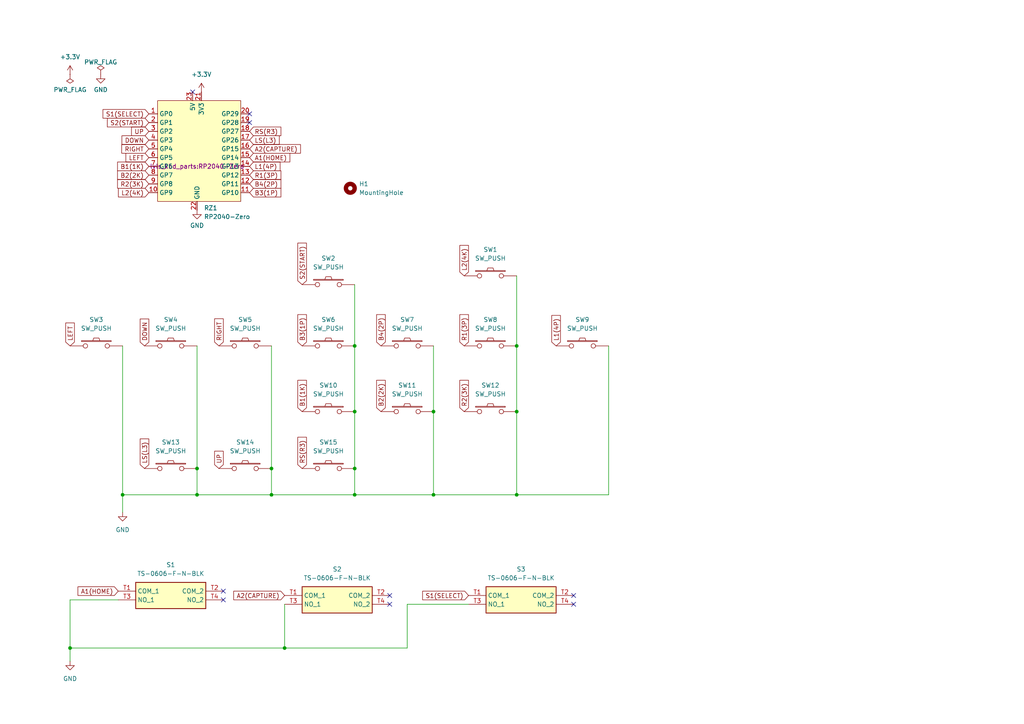
<source format=kicad_sch>
(kicad_sch (version 20230121) (generator eeschema)

  (uuid 0ee84beb-803c-46ba-8a66-821b28a270e6)

  (paper "A4")

  (lib_symbols
    (symbol "Mechanical:MountingHole" (pin_names (offset 1.016)) (in_bom yes) (on_board yes)
      (property "Reference" "H" (at 0 5.08 0)
        (effects (font (size 1.27 1.27)))
      )
      (property "Value" "MountingHole" (at 0 3.175 0)
        (effects (font (size 1.27 1.27)))
      )
      (property "Footprint" "" (at 0 0 0)
        (effects (font (size 1.27 1.27)) hide)
      )
      (property "Datasheet" "~" (at 0 0 0)
        (effects (font (size 1.27 1.27)) hide)
      )
      (property "ki_keywords" "mounting hole" (at 0 0 0)
        (effects (font (size 1.27 1.27)) hide)
      )
      (property "ki_description" "Mounting Hole without connection" (at 0 0 0)
        (effects (font (size 1.27 1.27)) hide)
      )
      (property "ki_fp_filters" "MountingHole*" (at 0 0 0)
        (effects (font (size 1.27 1.27)) hide)
      )
      (symbol "MountingHole_0_1"
        (circle (center 0 0) (radius 1.27)
          (stroke (width 1.27) (type default))
          (fill (type none))
        )
      )
    )
    (symbol "RP2040_Zero:RP2040-Zero" (in_bom yes) (on_board yes)
      (property "Reference" "RZ" (at 0 0 0)
        (effects (font (size 1.27 1.27)))
      )
      (property "Value" "RP2040-Zero" (at 0 -2.54 0)
        (effects (font (size 1.27 1.27)))
      )
      (property "Footprint" "RP2040-Zero:RP2040-Zero" (at 0 0 0)
        (effects (font (size 1.27 1.27)))
      )
      (property "Datasheet" "" (at 0 0 0)
        (effects (font (size 1.27 1.27)) hide)
      )
      (symbol "RP2040-Zero_0_1"
        (rectangle (start -11.43 -15.24) (end 12.7 13.97)
          (stroke (width 0) (type default))
          (fill (type background))
        )
      )
      (symbol "RP2040-Zero_1_1"
        (pin bidirectional line (at -13.97 10.16 0) (length 2.54)
          (name "GP0" (effects (font (size 1.27 1.27))))
          (number "1" (effects (font (size 1.27 1.27))))
        )
        (pin bidirectional line (at -13.97 -12.7 0) (length 2.54)
          (name "GP9" (effects (font (size 1.27 1.27))))
          (number "10" (effects (font (size 1.27 1.27))))
        )
        (pin bidirectional line (at 15.24 -12.7 180) (length 2.54)
          (name "GP10" (effects (font (size 1.27 1.27))))
          (number "11" (effects (font (size 1.27 1.27))))
        )
        (pin bidirectional line (at 15.24 -10.16 180) (length 2.54)
          (name "GP11" (effects (font (size 1.27 1.27))))
          (number "12" (effects (font (size 1.27 1.27))))
        )
        (pin bidirectional line (at 15.24 -7.62 180) (length 2.54)
          (name "GP12" (effects (font (size 1.27 1.27))))
          (number "13" (effects (font (size 1.27 1.27))))
        )
        (pin bidirectional line (at 15.24 -5.08 180) (length 2.54)
          (name "GP13" (effects (font (size 1.27 1.27))))
          (number "14" (effects (font (size 1.27 1.27))))
        )
        (pin bidirectional line (at 15.24 -2.54 180) (length 2.54)
          (name "GP14" (effects (font (size 1.27 1.27))))
          (number "15" (effects (font (size 1.27 1.27))))
        )
        (pin bidirectional line (at 15.24 0 180) (length 2.54)
          (name "GP15" (effects (font (size 1.27 1.27))))
          (number "16" (effects (font (size 1.27 1.27))))
        )
        (pin bidirectional line (at 15.24 2.54 180) (length 2.54)
          (name "GP26" (effects (font (size 1.27 1.27))))
          (number "17" (effects (font (size 1.27 1.27))))
        )
        (pin bidirectional line (at 15.24 5.08 180) (length 2.54)
          (name "GP27" (effects (font (size 1.27 1.27))))
          (number "18" (effects (font (size 1.27 1.27))))
        )
        (pin bidirectional line (at 15.24 7.62 180) (length 2.54)
          (name "GP28" (effects (font (size 1.27 1.27))))
          (number "19" (effects (font (size 1.27 1.27))))
        )
        (pin bidirectional line (at -13.97 7.62 0) (length 2.54)
          (name "GP1" (effects (font (size 1.27 1.27))))
          (number "2" (effects (font (size 1.27 1.27))))
        )
        (pin bidirectional line (at 15.24 10.16 180) (length 2.54)
          (name "GP29" (effects (font (size 1.27 1.27))))
          (number "20" (effects (font (size 1.27 1.27))))
        )
        (pin power_in line (at 1.27 16.51 270) (length 2.54)
          (name "3V3" (effects (font (size 1.27 1.27))))
          (number "21" (effects (font (size 1.27 1.27))))
        )
        (pin power_in line (at 0 -17.78 90) (length 2.54)
          (name "GND" (effects (font (size 1.27 1.27))))
          (number "22" (effects (font (size 1.27 1.27))))
        )
        (pin power_in line (at -1.27 16.51 270) (length 2.54)
          (name "5V" (effects (font (size 1.27 1.27))))
          (number "23" (effects (font (size 1.27 1.27))))
        )
        (pin bidirectional line (at -13.97 5.08 0) (length 2.54)
          (name "GP2" (effects (font (size 1.27 1.27))))
          (number "3" (effects (font (size 1.27 1.27))))
        )
        (pin bidirectional line (at -13.97 2.54 0) (length 2.54)
          (name "GP3" (effects (font (size 1.27 1.27))))
          (number "4" (effects (font (size 1.27 1.27))))
        )
        (pin bidirectional line (at -13.97 0 0) (length 2.54)
          (name "GP4" (effects (font (size 1.27 1.27))))
          (number "5" (effects (font (size 1.27 1.27))))
        )
        (pin bidirectional line (at -13.97 -2.54 0) (length 2.54)
          (name "GP5" (effects (font (size 1.27 1.27))))
          (number "6" (effects (font (size 1.27 1.27))))
        )
        (pin bidirectional line (at -13.97 -5.08 0) (length 2.54)
          (name "GP6" (effects (font (size 1.27 1.27))))
          (number "7" (effects (font (size 1.27 1.27))))
        )
        (pin bidirectional line (at -13.97 -7.62 0) (length 2.54)
          (name "GP7" (effects (font (size 1.27 1.27))))
          (number "8" (effects (font (size 1.27 1.27))))
        )
        (pin bidirectional line (at -13.97 -10.16 0) (length 2.54)
          (name "GP8" (effects (font (size 1.27 1.27))))
          (number "9" (effects (font (size 1.27 1.27))))
        )
      )
    )
    (symbol "SamacSys_Parts:TS-0606-F-N-BLK" (in_bom yes) (on_board yes)
      (property "Reference" "S" (at 26.67 7.62 0)
        (effects (font (size 1.27 1.27)) (justify left top))
      )
      (property "Value" "TS-0606-F-N-BLK" (at 26.67 5.08 0)
        (effects (font (size 1.27 1.27)) (justify left top))
      )
      (property "Footprint" "TS0606FNBLK" (at 26.67 -94.92 0)
        (effects (font (size 1.27 1.27)) (justify left top) hide)
      )
      (property "Datasheet" "https://akizukidenshi.com/download/ds/cosland/ts-0606_20200714.pdf" (at 26.67 -194.92 0)
        (effects (font (size 1.27 1.27)) (justify left top) hide)
      )
      (property "Height" "13" (at 26.67 -394.92 0)
        (effects (font (size 1.27 1.27)) (justify left top) hide)
      )
      (property "Manufacturer_Name" "Cosland" (at 26.67 -494.92 0)
        (effects (font (size 1.27 1.27)) (justify left top) hide)
      )
      (property "Manufacturer_Part_Number" "TS-0606-F-N-BLK" (at 26.67 -594.92 0)
        (effects (font (size 1.27 1.27)) (justify left top) hide)
      )
      (property "Mouser Part Number" "" (at 26.67 -694.92 0)
        (effects (font (size 1.27 1.27)) (justify left top) hide)
      )
      (property "Mouser Price/Stock" "" (at 26.67 -794.92 0)
        (effects (font (size 1.27 1.27)) (justify left top) hide)
      )
      (property "Arrow Part Number" "" (at 26.67 -894.92 0)
        (effects (font (size 1.27 1.27)) (justify left top) hide)
      )
      (property "Arrow Price/Stock" "" (at 26.67 -994.92 0)
        (effects (font (size 1.27 1.27)) (justify left top) hide)
      )
      (property "ki_description" "TS-0606-F-N-BLK" (at 0 0 0)
        (effects (font (size 1.27 1.27)) hide)
      )
      (symbol "TS-0606-F-N-BLK_1_1"
        (rectangle (start 5.08 2.54) (end 25.4 -5.08)
          (stroke (width 0.254) (type default))
          (fill (type background))
        )
        (pin passive line (at 0 0 0) (length 5.08)
          (name "COM_1" (effects (font (size 1.27 1.27))))
          (number "T1" (effects (font (size 1.27 1.27))))
        )
        (pin passive line (at 30.48 0 180) (length 5.08)
          (name "COM_2" (effects (font (size 1.27 1.27))))
          (number "T2" (effects (font (size 1.27 1.27))))
        )
        (pin passive line (at 0 -2.54 0) (length 5.08)
          (name "NO_1" (effects (font (size 1.27 1.27))))
          (number "T3" (effects (font (size 1.27 1.27))))
        )
        (pin passive line (at 30.48 -2.54 180) (length 5.08)
          (name "NO_2" (effects (font (size 1.27 1.27))))
          (number "T4" (effects (font (size 1.27 1.27))))
        )
      )
    )
    (symbol "foostan_kbd:SW_PUSH" (pin_numbers hide) (pin_names (offset 1.016) hide) (in_bom yes) (on_board yes)
      (property "Reference" "SW" (at 3.81 2.794 0)
        (effects (font (size 1.27 1.27)))
      )
      (property "Value" "SW_PUSH" (at 0 -2.032 0)
        (effects (font (size 1.27 1.27)))
      )
      (property "Footprint" "" (at 0 0 0)
        (effects (font (size 1.27 1.27)))
      )
      (property "Datasheet" "" (at 0 0 0)
        (effects (font (size 1.27 1.27)))
      )
      (symbol "SW_PUSH_0_1"
        (rectangle (start -4.318 1.27) (end 4.318 1.524)
          (stroke (width 0) (type solid))
          (fill (type none))
        )
        (polyline
          (pts
            (xy -1.016 1.524)
            (xy -0.762 2.286)
            (xy 0.762 2.286)
            (xy 1.016 1.524)
          )
          (stroke (width 0) (type solid))
          (fill (type none))
        )
        (pin passive inverted (at -7.62 0 0) (length 5.08)
          (name "1" (effects (font (size 1.27 1.27))))
          (number "1" (effects (font (size 1.27 1.27))))
        )
        (pin passive inverted (at 7.62 0 180) (length 5.08)
          (name "2" (effects (font (size 1.27 1.27))))
          (number "2" (effects (font (size 1.27 1.27))))
        )
      )
    )
    (symbol "power:+3.3V" (power) (pin_names (offset 0)) (in_bom yes) (on_board yes)
      (property "Reference" "#PWR" (at 0 -3.81 0)
        (effects (font (size 1.27 1.27)) hide)
      )
      (property "Value" "+3.3V" (at 0 3.556 0)
        (effects (font (size 1.27 1.27)))
      )
      (property "Footprint" "" (at 0 0 0)
        (effects (font (size 1.27 1.27)) hide)
      )
      (property "Datasheet" "" (at 0 0 0)
        (effects (font (size 1.27 1.27)) hide)
      )
      (property "ki_keywords" "global power" (at 0 0 0)
        (effects (font (size 1.27 1.27)) hide)
      )
      (property "ki_description" "Power symbol creates a global label with name \"+3.3V\"" (at 0 0 0)
        (effects (font (size 1.27 1.27)) hide)
      )
      (symbol "+3.3V_0_1"
        (polyline
          (pts
            (xy -0.762 1.27)
            (xy 0 2.54)
          )
          (stroke (width 0) (type default))
          (fill (type none))
        )
        (polyline
          (pts
            (xy 0 0)
            (xy 0 2.54)
          )
          (stroke (width 0) (type default))
          (fill (type none))
        )
        (polyline
          (pts
            (xy 0 2.54)
            (xy 0.762 1.27)
          )
          (stroke (width 0) (type default))
          (fill (type none))
        )
      )
      (symbol "+3.3V_1_1"
        (pin power_in line (at 0 0 90) (length 0) hide
          (name "+3.3V" (effects (font (size 1.27 1.27))))
          (number "1" (effects (font (size 1.27 1.27))))
        )
      )
    )
    (symbol "power:GND" (power) (pin_names (offset 0)) (in_bom yes) (on_board yes)
      (property "Reference" "#PWR" (at 0 -6.35 0)
        (effects (font (size 1.27 1.27)) hide)
      )
      (property "Value" "GND" (at 0 -3.81 0)
        (effects (font (size 1.27 1.27)))
      )
      (property "Footprint" "" (at 0 0 0)
        (effects (font (size 1.27 1.27)) hide)
      )
      (property "Datasheet" "" (at 0 0 0)
        (effects (font (size 1.27 1.27)) hide)
      )
      (property "ki_keywords" "global power" (at 0 0 0)
        (effects (font (size 1.27 1.27)) hide)
      )
      (property "ki_description" "Power symbol creates a global label with name \"GND\" , ground" (at 0 0 0)
        (effects (font (size 1.27 1.27)) hide)
      )
      (symbol "GND_0_1"
        (polyline
          (pts
            (xy 0 0)
            (xy 0 -1.27)
            (xy 1.27 -1.27)
            (xy 0 -2.54)
            (xy -1.27 -1.27)
            (xy 0 -1.27)
          )
          (stroke (width 0) (type default))
          (fill (type none))
        )
      )
      (symbol "GND_1_1"
        (pin power_in line (at 0 0 270) (length 0) hide
          (name "GND" (effects (font (size 1.27 1.27))))
          (number "1" (effects (font (size 1.27 1.27))))
        )
      )
    )
    (symbol "power:PWR_FLAG" (power) (pin_numbers hide) (pin_names (offset 0) hide) (in_bom yes) (on_board yes)
      (property "Reference" "#FLG" (at 0 1.905 0)
        (effects (font (size 1.27 1.27)) hide)
      )
      (property "Value" "PWR_FLAG" (at 0 3.81 0)
        (effects (font (size 1.27 1.27)))
      )
      (property "Footprint" "" (at 0 0 0)
        (effects (font (size 1.27 1.27)) hide)
      )
      (property "Datasheet" "~" (at 0 0 0)
        (effects (font (size 1.27 1.27)) hide)
      )
      (property "ki_keywords" "flag power" (at 0 0 0)
        (effects (font (size 1.27 1.27)) hide)
      )
      (property "ki_description" "Special symbol for telling ERC where power comes from" (at 0 0 0)
        (effects (font (size 1.27 1.27)) hide)
      )
      (symbol "PWR_FLAG_0_0"
        (pin power_out line (at 0 0 90) (length 0)
          (name "pwr" (effects (font (size 1.27 1.27))))
          (number "1" (effects (font (size 1.27 1.27))))
        )
      )
      (symbol "PWR_FLAG_0_1"
        (polyline
          (pts
            (xy 0 0)
            (xy 0 1.27)
            (xy -1.016 1.905)
            (xy 0 2.54)
            (xy 1.016 1.905)
            (xy 0 1.27)
          )
          (stroke (width 0) (type default))
          (fill (type none))
        )
      )
    )
  )

  (junction (at 102.87 100.33) (diameter 0) (color 0 0 0 0)
    (uuid 11e16d18-7f2e-450c-a46d-eef795a5df9b)
  )
  (junction (at 57.15 135.89) (diameter 0) (color 0 0 0 0)
    (uuid 17f18edb-9b50-4274-a60f-c7490b4429d3)
  )
  (junction (at 82.55 187.96) (diameter 0) (color 0 0 0 0)
    (uuid 1a9b1967-52a0-4238-a198-248bdb855614)
  )
  (junction (at 20.32 187.96) (diameter 0) (color 0 0 0 0)
    (uuid 1f7a7eb4-375c-4667-a137-05706870f8e0)
  )
  (junction (at 149.86 100.33) (diameter 0) (color 0 0 0 0)
    (uuid 30e5f0a0-f48d-4bf8-97fc-b6464dd9157b)
  )
  (junction (at 102.87 143.51) (diameter 0) (color 0 0 0 0)
    (uuid 48c79c2a-eb60-4144-98fb-6c2ee6621bf7)
  )
  (junction (at 149.86 143.51) (diameter 0) (color 0 0 0 0)
    (uuid 5795bd08-8619-417b-8c67-8fb228b2be24)
  )
  (junction (at 102.87 119.38) (diameter 0) (color 0 0 0 0)
    (uuid 6039bb9a-e5c8-4ab7-b31b-1cf8ccbb9644)
  )
  (junction (at 78.74 135.89) (diameter 0) (color 0 0 0 0)
    (uuid 8320a9c2-ac39-44f0-8b9f-96a85e7d6ff3)
  )
  (junction (at 35.56 143.51) (diameter 0) (color 0 0 0 0)
    (uuid 873b6461-9276-4e12-8948-7b54125e9ce7)
  )
  (junction (at 149.86 119.38) (diameter 0) (color 0 0 0 0)
    (uuid 94ecb1b2-2341-412a-be80-95c40d7ae732)
  )
  (junction (at 102.87 135.89) (diameter 0) (color 0 0 0 0)
    (uuid b10a3230-a342-4e78-b993-45d8a3f0c40b)
  )
  (junction (at 78.74 143.51) (diameter 0) (color 0 0 0 0)
    (uuid c751cce1-2dc0-4547-b48c-6d771d6646de)
  )
  (junction (at 125.73 119.38) (diameter 0) (color 0 0 0 0)
    (uuid c8f4d2f3-b1af-493e-a6e6-39d14ceef4ac)
  )
  (junction (at 57.15 143.51) (diameter 0) (color 0 0 0 0)
    (uuid e2db582f-759e-4cf8-b929-065e22e8961e)
  )
  (junction (at 125.73 143.51) (diameter 0) (color 0 0 0 0)
    (uuid e9d3b6c8-4d74-497e-90ae-360542b407ba)
  )

  (no_connect (at 55.88 26.67) (uuid 0ed657d8-af57-4c63-9e12-9ad1f34ce3ba))
  (no_connect (at 166.37 172.72) (uuid 1b7a00f1-dc44-490e-9b04-a3344387b9ca))
  (no_connect (at 113.03 175.26) (uuid 4c2d0244-ab60-4451-8c94-86f1562847eb))
  (no_connect (at 166.37 175.26) (uuid 656030e3-3cd9-461f-bbc8-b83dc8798dc2))
  (no_connect (at 113.03 172.72) (uuid 6fc172e2-ef1c-48d6-bcd3-5fd50825986a))
  (no_connect (at 72.39 33.02) (uuid 79904bc9-b4bb-4514-84d6-bf3129cafc40))
  (no_connect (at 64.77 173.99) (uuid b198fa9f-c335-4c70-9937-06f0af9ff171))
  (no_connect (at 72.39 35.56) (uuid dbd00de6-e1e5-4e28-8235-239e2c71073d))
  (no_connect (at 64.77 171.45) (uuid eb4b39f4-f510-4922-81e9-8ba1b903660c))

  (wire (pts (xy 78.74 143.51) (xy 57.15 143.51))
    (stroke (width 0) (type default))
    (uuid 1268714e-3441-4bce-8e23-1ff83df1eb22)
  )
  (wire (pts (xy 20.32 187.96) (xy 82.55 187.96))
    (stroke (width 0) (type default))
    (uuid 160ca8e2-5081-4437-8806-e275b0ec8bb9)
  )
  (wire (pts (xy 102.87 82.55) (xy 102.87 100.33))
    (stroke (width 0) (type default))
    (uuid 3fd23559-a263-499a-a277-bd449bd6c5fa)
  )
  (wire (pts (xy 125.73 119.38) (xy 125.73 143.51))
    (stroke (width 0) (type default))
    (uuid 463a7fae-42fc-49b5-b164-5434932dbeb3)
  )
  (wire (pts (xy 125.73 143.51) (xy 102.87 143.51))
    (stroke (width 0) (type default))
    (uuid 4750c7ee-a5e5-40b1-9d0a-7c70844e1318)
  )
  (wire (pts (xy 149.86 119.38) (xy 149.86 143.51))
    (stroke (width 0) (type default))
    (uuid 4b7ad4d7-2c27-4b10-b6c7-e3a065c27aa4)
  )
  (wire (pts (xy 118.11 175.26) (xy 118.11 187.96))
    (stroke (width 0) (type default))
    (uuid 4d73efe7-8960-4028-9095-cd5ff92691f2)
  )
  (wire (pts (xy 149.86 80.01) (xy 149.86 100.33))
    (stroke (width 0) (type default))
    (uuid 4eafce03-5de0-4358-afc7-ab17a03495fd)
  )
  (wire (pts (xy 125.73 100.33) (xy 125.73 119.38))
    (stroke (width 0) (type default))
    (uuid 58006aa4-fae1-4f66-90fc-f0565825a0ae)
  )
  (wire (pts (xy 57.15 100.33) (xy 57.15 135.89))
    (stroke (width 0) (type default))
    (uuid 5875a4b2-3d30-4338-94e1-d64537a83688)
  )
  (wire (pts (xy 78.74 100.33) (xy 78.74 135.89))
    (stroke (width 0) (type default))
    (uuid 5acd1b06-73e0-44e1-9348-193f7cb604cd)
  )
  (wire (pts (xy 176.53 100.33) (xy 176.53 143.51))
    (stroke (width 0) (type default))
    (uuid 733e76e9-13d9-4326-ae5c-935236023843)
  )
  (wire (pts (xy 102.87 143.51) (xy 78.74 143.51))
    (stroke (width 0) (type default))
    (uuid 766bfabd-365a-4730-a2ce-8ae8f4975be1)
  )
  (wire (pts (xy 82.55 175.26) (xy 82.55 187.96))
    (stroke (width 0) (type default))
    (uuid 77276670-d7b8-48de-ac23-ca09fa1f1da4)
  )
  (wire (pts (xy 102.87 119.38) (xy 102.87 135.89))
    (stroke (width 0) (type default))
    (uuid 77e612fc-1c69-4b84-a3e3-b0667481e37f)
  )
  (wire (pts (xy 149.86 143.51) (xy 176.53 143.51))
    (stroke (width 0) (type default))
    (uuid 799f9fda-a897-449e-94d4-962304e154cb)
  )
  (wire (pts (xy 35.56 100.33) (xy 35.56 143.51))
    (stroke (width 0) (type default))
    (uuid 7b17bbb7-e801-49eb-ace7-ff2f2c9fa849)
  )
  (wire (pts (xy 20.32 173.99) (xy 20.32 187.96))
    (stroke (width 0) (type default))
    (uuid 8f5c1183-13fd-4e7d-bdf5-5dbcac063e05)
  )
  (wire (pts (xy 102.87 100.33) (xy 102.87 119.38))
    (stroke (width 0) (type default))
    (uuid 90bbf421-a7e1-4c9b-8111-2ae18cc831cc)
  )
  (wire (pts (xy 118.11 187.96) (xy 82.55 187.96))
    (stroke (width 0) (type default))
    (uuid 96083126-393a-46ff-93c7-c9297cef7ca2)
  )
  (wire (pts (xy 20.32 187.96) (xy 20.32 191.77))
    (stroke (width 0) (type default))
    (uuid 9c5fa51e-db59-43e6-b1ee-4043711168d5)
  )
  (wire (pts (xy 34.29 173.99) (xy 20.32 173.99))
    (stroke (width 0) (type default))
    (uuid a24db2a9-1f2e-4bf5-8a87-b48a0c110154)
  )
  (wire (pts (xy 57.15 143.51) (xy 35.56 143.51))
    (stroke (width 0) (type default))
    (uuid b2bef10d-1927-48a5-9f67-1c6310004950)
  )
  (wire (pts (xy 78.74 135.89) (xy 78.74 143.51))
    (stroke (width 0) (type default))
    (uuid bae7c070-0b9c-447c-8baa-767c6d37a339)
  )
  (wire (pts (xy 57.15 135.89) (xy 57.15 143.51))
    (stroke (width 0) (type default))
    (uuid c789ba57-c627-420c-acf0-da36b0d43840)
  )
  (wire (pts (xy 149.86 100.33) (xy 149.86 119.38))
    (stroke (width 0) (type default))
    (uuid cd3be28d-c913-4a7e-ae91-b3de5d0963cf)
  )
  (wire (pts (xy 135.89 175.26) (xy 118.11 175.26))
    (stroke (width 0) (type default))
    (uuid d01ee2df-b750-47ac-ac3f-7504eb2a89e0)
  )
  (wire (pts (xy 125.73 143.51) (xy 149.86 143.51))
    (stroke (width 0) (type default))
    (uuid d313f1f4-67e1-4fb7-8bfd-d29d6aea608b)
  )
  (wire (pts (xy 102.87 135.89) (xy 102.87 143.51))
    (stroke (width 0) (type default))
    (uuid e90158f2-a369-4b66-875d-3620b75dcebc)
  )
  (wire (pts (xy 35.56 143.51) (xy 35.56 148.59))
    (stroke (width 0) (type default))
    (uuid ec323d14-b79d-4c79-a74e-77e66222ef7b)
  )

  (global_label "B1(1K)" (shape input) (at 43.18 48.26 180) (fields_autoplaced)
    (effects (font (size 1.27 1.27)) (justify right))
    (uuid 03702de9-6cb3-4dab-ab57-52e4193d1e08)
    (property "Intersheetrefs" "${INTERSHEET_REFS}" (at 33.5424 48.26 0)
      (effects (font (size 1.27 1.27)) (justify right) hide)
    )
  )
  (global_label "RS(R3)" (shape input) (at 72.39 38.1 0) (fields_autoplaced)
    (effects (font (size 1.27 1.27)) (justify left))
    (uuid 07e67c90-b068-43d4-b594-b3cef076f787)
    (property "Intersheetrefs" "${INTERSHEET_REFS}" (at 82.0276 38.1 0)
      (effects (font (size 1.27 1.27)) (justify left) hide)
    )
  )
  (global_label "UP" (shape input) (at 43.18 38.1 180) (fields_autoplaced)
    (effects (font (size 1.27 1.27)) (justify right))
    (uuid 08b2f9fb-afb6-4200-af79-305fd12bf847)
    (property "Intersheetrefs" "${INTERSHEET_REFS}" (at 37.5943 38.1 0)
      (effects (font (size 1.27 1.27)) (justify right) hide)
    )
  )
  (global_label "B3(1P)" (shape input) (at 87.63 100.33 90) (fields_autoplaced)
    (effects (font (size 1.27 1.27)) (justify left))
    (uuid 24f7ed78-97e2-4a88-900e-d4307b2571a2)
    (property "Intersheetrefs" "${INTERSHEET_REFS}" (at 87.63 90.6924 90)
      (effects (font (size 1.27 1.27)) (justify left) hide)
    )
  )
  (global_label "A2(CAPTURE)" (shape input) (at 82.55 172.72 180) (fields_autoplaced)
    (effects (font (size 1.27 1.27)) (justify right))
    (uuid 282c3725-b064-4703-b672-5243818ab09b)
    (property "Intersheetrefs" "${INTERSHEET_REFS}" (at 67.2276 172.72 0)
      (effects (font (size 1.27 1.27)) (justify right) hide)
    )
  )
  (global_label "L1(4P)" (shape input) (at 72.39 48.26 0) (fields_autoplaced)
    (effects (font (size 1.27 1.27)) (justify left))
    (uuid 2dbbe720-2b12-4b89-a449-35837ce7863d)
    (property "Intersheetrefs" "${INTERSHEET_REFS}" (at 81.7857 48.26 0)
      (effects (font (size 1.27 1.27)) (justify left) hide)
    )
  )
  (global_label "LEFT" (shape input) (at 20.32 100.33 90) (fields_autoplaced)
    (effects (font (size 1.27 1.27)) (justify left))
    (uuid 31414970-8e17-4cc7-8190-68fc69092ec8)
    (property "Intersheetrefs" "${INTERSHEET_REFS}" (at 20.32 93.1115 90)
      (effects (font (size 1.27 1.27)) (justify left) hide)
    )
  )
  (global_label "LS(L3)" (shape input) (at 41.91 135.89 90) (fields_autoplaced)
    (effects (font (size 1.27 1.27)) (justify left))
    (uuid 3d6739d5-926a-48a8-832b-cb5913e04c90)
    (property "Intersheetrefs" "${INTERSHEET_REFS}" (at 41.91 126.7362 90)
      (effects (font (size 1.27 1.27)) (justify left) hide)
    )
  )
  (global_label "S1(SELECT)" (shape input) (at 135.89 172.72 180) (fields_autoplaced)
    (effects (font (size 1.27 1.27)) (justify right))
    (uuid 3f6840a7-e817-45b8-872e-8e92184308b4)
    (property "Intersheetrefs" "${INTERSHEET_REFS}" (at 122.0192 172.72 0)
      (effects (font (size 1.27 1.27)) (justify right) hide)
    )
  )
  (global_label "L1(4P)" (shape input) (at 161.29 100.33 90) (fields_autoplaced)
    (effects (font (size 1.27 1.27)) (justify left))
    (uuid 3fc5fb87-9c02-4135-9d76-9d1481a9ec2c)
    (property "Intersheetrefs" "${INTERSHEET_REFS}" (at 161.29 90.9343 90)
      (effects (font (size 1.27 1.27)) (justify left) hide)
    )
  )
  (global_label "LEFT" (shape input) (at 43.18 45.72 180) (fields_autoplaced)
    (effects (font (size 1.27 1.27)) (justify right))
    (uuid 442847cd-e365-44fe-9db8-2ec19b7e5847)
    (property "Intersheetrefs" "${INTERSHEET_REFS}" (at 35.9615 45.72 0)
      (effects (font (size 1.27 1.27)) (justify right) hide)
    )
  )
  (global_label "B2(2K)" (shape input) (at 43.18 50.8 180) (fields_autoplaced)
    (effects (font (size 1.27 1.27)) (justify right))
    (uuid 6ac3139e-d443-423e-bfcc-6c19b62ab43f)
    (property "Intersheetrefs" "${INTERSHEET_REFS}" (at 33.5424 50.8 0)
      (effects (font (size 1.27 1.27)) (justify right) hide)
    )
  )
  (global_label "UP" (shape input) (at 63.5 135.89 90) (fields_autoplaced)
    (effects (font (size 1.27 1.27)) (justify left))
    (uuid 6c376703-7820-41ac-8fd8-c7330291d442)
    (property "Intersheetrefs" "${INTERSHEET_REFS}" (at 63.5 130.3043 90)
      (effects (font (size 1.27 1.27)) (justify left) hide)
    )
  )
  (global_label "A1(HOME)" (shape input) (at 34.29 171.45 180) (fields_autoplaced)
    (effects (font (size 1.27 1.27)) (justify right))
    (uuid 79ae566f-4e96-416f-9a98-b491e4ce3830)
    (property "Intersheetrefs" "${INTERSHEET_REFS}" (at 22.0519 171.45 0)
      (effects (font (size 1.27 1.27)) (justify right) hide)
    )
  )
  (global_label "L2(4K)" (shape input) (at 43.18 55.88 180) (fields_autoplaced)
    (effects (font (size 1.27 1.27)) (justify right))
    (uuid 7faa2fbb-6ad9-4934-9442-116289b475ee)
    (property "Intersheetrefs" "${INTERSHEET_REFS}" (at 33.7843 55.88 0)
      (effects (font (size 1.27 1.27)) (justify right) hide)
    )
  )
  (global_label "DOWN" (shape input) (at 41.91 100.33 90) (fields_autoplaced)
    (effects (font (size 1.27 1.27)) (justify left))
    (uuid 80e581c9-338b-4706-8a08-53a515c91724)
    (property "Intersheetrefs" "${INTERSHEET_REFS}" (at 41.91 91.9624 90)
      (effects (font (size 1.27 1.27)) (justify left) hide)
    )
  )
  (global_label "B1(1K)" (shape input) (at 87.63 119.38 90) (fields_autoplaced)
    (effects (font (size 1.27 1.27)) (justify left))
    (uuid 872928c1-c96f-4f77-834d-c274672f334c)
    (property "Intersheetrefs" "${INTERSHEET_REFS}" (at 87.63 109.7424 90)
      (effects (font (size 1.27 1.27)) (justify left) hide)
    )
  )
  (global_label "S1(SELECT)" (shape input) (at 43.18 33.02 180) (fields_autoplaced)
    (effects (font (size 1.27 1.27)) (justify right))
    (uuid 9309fb2e-c173-413e-90b7-eeaaf789733b)
    (property "Intersheetrefs" "${INTERSHEET_REFS}" (at 29.3092 33.02 0)
      (effects (font (size 1.27 1.27)) (justify right) hide)
    )
  )
  (global_label "R2(3K)" (shape input) (at 134.62 119.38 90) (fields_autoplaced)
    (effects (font (size 1.27 1.27)) (justify left))
    (uuid 9b380ef7-5bce-4cf9-8c6c-052a9d3b1de5)
    (property "Intersheetrefs" "${INTERSHEET_REFS}" (at 134.62 109.7424 90)
      (effects (font (size 1.27 1.27)) (justify left) hide)
    )
  )
  (global_label "S2(START)" (shape input) (at 43.18 35.56 180) (fields_autoplaced)
    (effects (font (size 1.27 1.27)) (justify right))
    (uuid 9d25bcc0-4ffa-4def-8f9b-cbbe1c762925)
    (property "Intersheetrefs" "${INTERSHEET_REFS}" (at 30.5791 35.56 0)
      (effects (font (size 1.27 1.27)) (justify right) hide)
    )
  )
  (global_label "LS(L3)" (shape input) (at 72.39 40.64 0) (fields_autoplaced)
    (effects (font (size 1.27 1.27)) (justify left))
    (uuid 9f9edd0a-14d1-4387-9a1a-91f862375bcc)
    (property "Intersheetrefs" "${INTERSHEET_REFS}" (at 81.5438 40.64 0)
      (effects (font (size 1.27 1.27)) (justify left) hide)
    )
  )
  (global_label "R1(3P)" (shape input) (at 72.39 50.8 0) (fields_autoplaced)
    (effects (font (size 1.27 1.27)) (justify left))
    (uuid a7513fd9-4fcc-440b-a802-0d39144f1480)
    (property "Intersheetrefs" "${INTERSHEET_REFS}" (at 82.0276 50.8 0)
      (effects (font (size 1.27 1.27)) (justify left) hide)
    )
  )
  (global_label "RIGHT" (shape input) (at 63.5 100.33 90) (fields_autoplaced)
    (effects (font (size 1.27 1.27)) (justify left))
    (uuid a8552cc5-85d3-4efd-bab2-6e641738644c)
    (property "Intersheetrefs" "${INTERSHEET_REFS}" (at 63.5 91.9019 90)
      (effects (font (size 1.27 1.27)) (justify left) hide)
    )
  )
  (global_label "B3(1P)" (shape input) (at 72.39 55.88 0) (fields_autoplaced)
    (effects (font (size 1.27 1.27)) (justify left))
    (uuid a9a1b919-90eb-47c2-a5ea-4f23f74c966c)
    (property "Intersheetrefs" "${INTERSHEET_REFS}" (at 82.0276 55.88 0)
      (effects (font (size 1.27 1.27)) (justify left) hide)
    )
  )
  (global_label "A2(CAPTURE)" (shape input) (at 72.39 43.18 0) (fields_autoplaced)
    (effects (font (size 1.27 1.27)) (justify left))
    (uuid b2707f90-2406-440f-b2ee-4844f27c8190)
    (property "Intersheetrefs" "${INTERSHEET_REFS}" (at 87.7124 43.18 0)
      (effects (font (size 1.27 1.27)) (justify left) hide)
    )
  )
  (global_label "A1(HOME)" (shape input) (at 72.39 45.72 0) (fields_autoplaced)
    (effects (font (size 1.27 1.27)) (justify left))
    (uuid b2792cf9-edba-448f-8330-a85a0f25e5c2)
    (property "Intersheetrefs" "${INTERSHEET_REFS}" (at 84.6281 45.72 0)
      (effects (font (size 1.27 1.27)) (justify left) hide)
    )
  )
  (global_label "RS(R3)" (shape input) (at 87.63 135.89 90) (fields_autoplaced)
    (effects (font (size 1.27 1.27)) (justify left))
    (uuid b7948d22-cbc6-4131-bf49-bdfb4cd1a7d6)
    (property "Intersheetrefs" "${INTERSHEET_REFS}" (at 87.63 126.2524 90)
      (effects (font (size 1.27 1.27)) (justify left) hide)
    )
  )
  (global_label "B4(2P)" (shape input) (at 72.39 53.34 0) (fields_autoplaced)
    (effects (font (size 1.27 1.27)) (justify left))
    (uuid b7f4b07f-88f2-4c2d-8c70-09f5d5af0f94)
    (property "Intersheetrefs" "${INTERSHEET_REFS}" (at 82.0276 53.34 0)
      (effects (font (size 1.27 1.27)) (justify left) hide)
    )
  )
  (global_label "L2(4K)" (shape input) (at 134.62 80.01 90) (fields_autoplaced)
    (effects (font (size 1.27 1.27)) (justify left))
    (uuid bdf2084a-47f2-4495-bc97-e7b1502261b8)
    (property "Intersheetrefs" "${INTERSHEET_REFS}" (at 134.62 70.6143 90)
      (effects (font (size 1.27 1.27)) (justify left) hide)
    )
  )
  (global_label "R2(3K)" (shape input) (at 43.18 53.34 180) (fields_autoplaced)
    (effects (font (size 1.27 1.27)) (justify right))
    (uuid bf45ff50-d5a7-401b-9bd0-ac7b05edfc8e)
    (property "Intersheetrefs" "${INTERSHEET_REFS}" (at 33.5424 53.34 0)
      (effects (font (size 1.27 1.27)) (justify right) hide)
    )
  )
  (global_label "R1(3P)" (shape input) (at 134.62 100.33 90) (fields_autoplaced)
    (effects (font (size 1.27 1.27)) (justify left))
    (uuid d6212c11-6325-4db8-ad05-de5c6021fc9b)
    (property "Intersheetrefs" "${INTERSHEET_REFS}" (at 134.62 90.6924 90)
      (effects (font (size 1.27 1.27)) (justify left) hide)
    )
  )
  (global_label "S2(START)" (shape input) (at 87.63 82.55 90) (fields_autoplaced)
    (effects (font (size 1.27 1.27)) (justify left))
    (uuid d692d258-9e7b-4c0d-8bfd-717631703385)
    (property "Intersheetrefs" "${INTERSHEET_REFS}" (at 87.63 69.9491 90)
      (effects (font (size 1.27 1.27)) (justify left) hide)
    )
  )
  (global_label "DOWN" (shape input) (at 43.18 40.64 180) (fields_autoplaced)
    (effects (font (size 1.27 1.27)) (justify right))
    (uuid d8d7cdca-4501-4c02-a08b-bd0164e3ab3c)
    (property "Intersheetrefs" "${INTERSHEET_REFS}" (at 34.8124 40.64 0)
      (effects (font (size 1.27 1.27)) (justify right) hide)
    )
  )
  (global_label "RIGHT" (shape input) (at 43.18 43.18 180) (fields_autoplaced)
    (effects (font (size 1.27 1.27)) (justify right))
    (uuid da129b3d-f53a-4c5c-aefe-358cf64462f8)
    (property "Intersheetrefs" "${INTERSHEET_REFS}" (at 34.7519 43.18 0)
      (effects (font (size 1.27 1.27)) (justify right) hide)
    )
  )
  (global_label "B4(2P)" (shape input) (at 110.49 100.33 90) (fields_autoplaced)
    (effects (font (size 1.27 1.27)) (justify left))
    (uuid e8622259-95b3-4d08-afe3-07519cdfbb1b)
    (property "Intersheetrefs" "${INTERSHEET_REFS}" (at 110.49 90.6924 90)
      (effects (font (size 1.27 1.27)) (justify left) hide)
    )
  )
  (global_label "B2(2K)" (shape input) (at 110.49 119.38 90) (fields_autoplaced)
    (effects (font (size 1.27 1.27)) (justify left))
    (uuid ecd4c335-f0e3-4d56-8706-d6d306a38bcd)
    (property "Intersheetrefs" "${INTERSHEET_REFS}" (at 110.49 109.7424 90)
      (effects (font (size 1.27 1.27)) (justify left) hide)
    )
  )

  (symbol (lib_id "power:GND") (at 29.21 21.59 0) (unit 1)
    (in_bom yes) (on_board yes) (dnp no) (fields_autoplaced)
    (uuid 0ae607cc-b390-43fe-a94e-89d6e5e01674)
    (property "Reference" "#PWR02" (at 29.21 27.94 0)
      (effects (font (size 1.27 1.27)) hide)
    )
    (property "Value" "GND" (at 29.21 26.0334 0)
      (effects (font (size 1.27 1.27)))
    )
    (property "Footprint" "" (at 29.21 21.59 0)
      (effects (font (size 1.27 1.27)) hide)
    )
    (property "Datasheet" "" (at 29.21 21.59 0)
      (effects (font (size 1.27 1.27)) hide)
    )
    (pin "1" (uuid 60355380-a54f-434f-bad2-3ce6d3d56829))
    (instances
      (project "lvls"
        (path "/0ee84beb-803c-46ba-8a66-821b28a270e6"
          (reference "#PWR02") (unit 1)
        )
      )
    )
  )

  (symbol (lib_id "foostan_kbd:SW_PUSH") (at 49.53 100.33 0) (unit 1)
    (in_bom yes) (on_board yes) (dnp no) (fields_autoplaced)
    (uuid 3383c46c-7bc2-4013-a7a2-85f1a7ad13c5)
    (property "Reference" "SW4" (at 49.53 92.71 0)
      (effects (font (size 1.27 1.27)))
    )
    (property "Value" "SW_PUSH" (at 49.53 95.25 0)
      (effects (font (size 1.27 1.27)))
    )
    (property "Footprint" "lvls_kbd_parts:ChocV1_V2_Hotswap_mods" (at 49.53 100.33 0)
      (effects (font (size 1.27 1.27)) hide)
    )
    (property "Datasheet" "" (at 49.53 100.33 0)
      (effects (font (size 1.27 1.27)))
    )
    (pin "1" (uuid e2129cfc-a1ea-4251-a67c-5e66ebf989b9))
    (pin "2" (uuid 12f01f19-c8e6-4816-804a-d1bd63204c8b))
    (instances
      (project "lvls"
        (path "/0ee84beb-803c-46ba-8a66-821b28a270e6"
          (reference "SW4") (unit 1)
        )
      )
    )
  )

  (symbol (lib_id "foostan_kbd:SW_PUSH") (at 27.94 100.33 0) (unit 1)
    (in_bom yes) (on_board yes) (dnp no)
    (uuid 33924ecf-10cf-436c-898c-1e41363d7629)
    (property "Reference" "SW3" (at 27.94 92.71 0)
      (effects (font (size 1.27 1.27)))
    )
    (property "Value" "SW_PUSH" (at 27.94 95.25 0)
      (effects (font (size 1.27 1.27)))
    )
    (property "Footprint" "lvls_kbd_parts:ChocV1_V2_Hotswap_mods" (at 27.94 104.14 0)
      (effects (font (size 1.27 1.27)) hide)
    )
    (property "Datasheet" "" (at 27.94 100.33 0)
      (effects (font (size 1.27 1.27)))
    )
    (pin "1" (uuid f076b7c4-49f3-4e7c-bc98-05a9a88041dd))
    (pin "2" (uuid 58ce6bfb-dd17-4aa7-9532-aa984b7036f8))
    (instances
      (project "lvls"
        (path "/0ee84beb-803c-46ba-8a66-821b28a270e6"
          (reference "SW3") (unit 1)
        )
      )
    )
  )

  (symbol (lib_id "foostan_kbd:SW_PUSH") (at 168.91 100.33 0) (unit 1)
    (in_bom yes) (on_board yes) (dnp no) (fields_autoplaced)
    (uuid 37d11f72-9253-47e3-9cb1-ba46c4067ada)
    (property "Reference" "SW9" (at 168.91 92.71 0)
      (effects (font (size 1.27 1.27)))
    )
    (property "Value" "SW_PUSH" (at 168.91 95.25 0)
      (effects (font (size 1.27 1.27)))
    )
    (property "Footprint" "lvls_kbd_parts:ChocV1_V2_Hotswap_mods" (at 168.91 100.33 0)
      (effects (font (size 1.27 1.27)) hide)
    )
    (property "Datasheet" "" (at 168.91 100.33 0)
      (effects (font (size 1.27 1.27)))
    )
    (pin "1" (uuid 502fc3b4-66bf-457f-908d-a45ac230f0d6))
    (pin "2" (uuid 873cf8de-1baf-4a33-920d-2499a5be1e42))
    (instances
      (project "lvls"
        (path "/0ee84beb-803c-46ba-8a66-821b28a270e6"
          (reference "SW9") (unit 1)
        )
      )
    )
  )

  (symbol (lib_id "foostan_kbd:SW_PUSH") (at 95.25 82.55 0) (unit 1)
    (in_bom yes) (on_board yes) (dnp no) (fields_autoplaced)
    (uuid 3f630907-3aa7-42da-95d5-222a2ecf0891)
    (property "Reference" "SW2" (at 95.25 74.93 0)
      (effects (font (size 1.27 1.27)))
    )
    (property "Value" "SW_PUSH" (at 95.25 77.47 0)
      (effects (font (size 1.27 1.27)))
    )
    (property "Footprint" "lvls_kbd_parts:ChocV1_V2_Hotswap_mods" (at 95.25 82.55 0)
      (effects (font (size 1.27 1.27)) hide)
    )
    (property "Datasheet" "" (at 95.25 82.55 0)
      (effects (font (size 1.27 1.27)))
    )
    (pin "1" (uuid 7d7bab79-0420-4549-9b0f-39ff7c27fab4))
    (pin "2" (uuid d7468b79-e68e-4f0d-bdda-d09c50c7f130))
    (instances
      (project "lvls"
        (path "/0ee84beb-803c-46ba-8a66-821b28a270e6"
          (reference "SW2") (unit 1)
        )
      )
    )
  )

  (symbol (lib_id "power:GND") (at 57.15 60.96 0) (unit 1)
    (in_bom yes) (on_board yes) (dnp no) (fields_autoplaced)
    (uuid 58d5c2aa-2a9e-42be-b13a-853193d0e88a)
    (property "Reference" "#PWR04" (at 57.15 67.31 0)
      (effects (font (size 1.27 1.27)) hide)
    )
    (property "Value" "GND" (at 57.15 65.4034 0)
      (effects (font (size 1.27 1.27)))
    )
    (property "Footprint" "" (at 57.15 60.96 0)
      (effects (font (size 1.27 1.27)) hide)
    )
    (property "Datasheet" "" (at 57.15 60.96 0)
      (effects (font (size 1.27 1.27)) hide)
    )
    (pin "1" (uuid 9af9a5a6-487c-49b6-8645-94512dba5056))
    (instances
      (project "lvls"
        (path "/0ee84beb-803c-46ba-8a66-821b28a270e6"
          (reference "#PWR04") (unit 1)
        )
      )
    )
  )

  (symbol (lib_id "foostan_kbd:SW_PUSH") (at 142.24 80.01 0) (unit 1)
    (in_bom yes) (on_board yes) (dnp no) (fields_autoplaced)
    (uuid 5c8b60f3-c66e-4c40-bd0c-0c5b5c8c4e7f)
    (property "Reference" "SW1" (at 142.24 72.39 0)
      (effects (font (size 1.27 1.27)))
    )
    (property "Value" "SW_PUSH" (at 142.24 74.93 0)
      (effects (font (size 1.27 1.27)))
    )
    (property "Footprint" "lvls_kbd_parts:ChocV1_V2_Hotswap_mods" (at 142.24 80.01 0)
      (effects (font (size 1.27 1.27)) hide)
    )
    (property "Datasheet" "" (at 142.24 80.01 0)
      (effects (font (size 1.27 1.27)))
    )
    (pin "1" (uuid fb22f18a-1003-46b3-8001-130935f958f3))
    (pin "2" (uuid d3eec310-2a4a-404f-926e-b04e91606d05))
    (instances
      (project "lvls"
        (path "/0ee84beb-803c-46ba-8a66-821b28a270e6"
          (reference "SW1") (unit 1)
        )
      )
    )
  )

  (symbol (lib_id "foostan_kbd:SW_PUSH") (at 142.24 100.33 0) (unit 1)
    (in_bom yes) (on_board yes) (dnp no) (fields_autoplaced)
    (uuid 62c946c0-eef6-4f8b-a828-873628f631d1)
    (property "Reference" "SW8" (at 142.24 92.71 0)
      (effects (font (size 1.27 1.27)))
    )
    (property "Value" "SW_PUSH" (at 142.24 95.25 0)
      (effects (font (size 1.27 1.27)))
    )
    (property "Footprint" "lvls_kbd_parts:ChocV1_V2_Hotswap_mods" (at 142.24 100.33 0)
      (effects (font (size 1.27 1.27)) hide)
    )
    (property "Datasheet" "" (at 142.24 100.33 0)
      (effects (font (size 1.27 1.27)))
    )
    (pin "1" (uuid 6817ad27-3d15-45ba-ba03-35172d0925d0))
    (pin "2" (uuid 8132853c-d2c7-4456-9822-b1ac188c3e6c))
    (instances
      (project "lvls"
        (path "/0ee84beb-803c-46ba-8a66-821b28a270e6"
          (reference "SW8") (unit 1)
        )
      )
    )
  )

  (symbol (lib_id "Mechanical:MountingHole") (at 101.6 54.61 0) (unit 1)
    (in_bom yes) (on_board yes) (dnp no) (fields_autoplaced)
    (uuid 665d3232-3d21-4cbb-99cc-1003fc779820)
    (property "Reference" "H1" (at 104.14 53.34 0)
      (effects (font (size 1.27 1.27)) (justify left))
    )
    (property "Value" "MountingHole" (at 104.14 55.88 0)
      (effects (font (size 1.27 1.27)) (justify left))
    )
    (property "Footprint" "lvls_kbd_parts:nut_hole_12.6" (at 101.6 54.61 0)
      (effects (font (size 1.27 1.27)) hide)
    )
    (property "Datasheet" "~" (at 101.6 54.61 0)
      (effects (font (size 1.27 1.27)) hide)
    )
    (instances
      (project "lvls"
        (path "/0ee84beb-803c-46ba-8a66-821b28a270e6"
          (reference "H1") (unit 1)
        )
      )
    )
  )

  (symbol (lib_id "foostan_kbd:SW_PUSH") (at 118.11 100.33 0) (unit 1)
    (in_bom yes) (on_board yes) (dnp no) (fields_autoplaced)
    (uuid 676d7aab-d147-47f7-b18e-85182b2ab898)
    (property "Reference" "SW7" (at 118.11 92.71 0)
      (effects (font (size 1.27 1.27)))
    )
    (property "Value" "SW_PUSH" (at 118.11 95.25 0)
      (effects (font (size 1.27 1.27)))
    )
    (property "Footprint" "lvls_kbd_parts:ChocV1_V2_Hotswap_mods" (at 118.11 100.33 0)
      (effects (font (size 1.27 1.27)) hide)
    )
    (property "Datasheet" "" (at 118.11 100.33 0)
      (effects (font (size 1.27 1.27)))
    )
    (pin "1" (uuid d3e39a36-29b6-4056-9bc6-86e26f5358fb))
    (pin "2" (uuid 3e035ccd-4b9a-470a-bed3-a46bba9a6b23))
    (instances
      (project "lvls"
        (path "/0ee84beb-803c-46ba-8a66-821b28a270e6"
          (reference "SW7") (unit 1)
        )
      )
    )
  )

  (symbol (lib_id "foostan_kbd:SW_PUSH") (at 95.25 100.33 0) (unit 1)
    (in_bom yes) (on_board yes) (dnp no) (fields_autoplaced)
    (uuid 69439aba-a48a-4766-8b59-46c8ea3eceb8)
    (property "Reference" "SW6" (at 95.25 92.71 0)
      (effects (font (size 1.27 1.27)))
    )
    (property "Value" "SW_PUSH" (at 95.25 95.25 0)
      (effects (font (size 1.27 1.27)))
    )
    (property "Footprint" "lvls_kbd_parts:ChocV1_V2_Hotswap_mods" (at 95.25 100.33 0)
      (effects (font (size 1.27 1.27)) hide)
    )
    (property "Datasheet" "" (at 95.25 100.33 0)
      (effects (font (size 1.27 1.27)))
    )
    (pin "1" (uuid 1fd9987d-caa8-46fd-a8b5-6889470decb8))
    (pin "2" (uuid f1ab03f2-a40b-4750-a7b7-4c5bab2f63e0))
    (instances
      (project "lvls"
        (path "/0ee84beb-803c-46ba-8a66-821b28a270e6"
          (reference "SW6") (unit 1)
        )
      )
    )
  )

  (symbol (lib_id "foostan_kbd:SW_PUSH") (at 142.24 119.38 0) (unit 1)
    (in_bom yes) (on_board yes) (dnp no) (fields_autoplaced)
    (uuid 7c22c966-10f0-4f7b-a4c9-54495e80db15)
    (property "Reference" "SW12" (at 142.24 111.76 0)
      (effects (font (size 1.27 1.27)))
    )
    (property "Value" "SW_PUSH" (at 142.24 114.3 0)
      (effects (font (size 1.27 1.27)))
    )
    (property "Footprint" "lvls_kbd_parts:ChocV1_V2_Hotswap_mods" (at 142.24 119.38 0)
      (effects (font (size 1.27 1.27)) hide)
    )
    (property "Datasheet" "" (at 142.24 119.38 0)
      (effects (font (size 1.27 1.27)))
    )
    (pin "1" (uuid 7b4639ab-258b-488b-acc4-b198176151e7))
    (pin "2" (uuid 9af483ae-bb38-465e-bb89-d0bd230d2191))
    (instances
      (project "lvls"
        (path "/0ee84beb-803c-46ba-8a66-821b28a270e6"
          (reference "SW12") (unit 1)
        )
      )
    )
  )

  (symbol (lib_id "RP2040_Zero:RP2040-Zero") (at 57.15 43.18 0) (unit 1)
    (in_bom yes) (on_board yes) (dnp no)
    (uuid 835282a5-b5c3-4385-9153-63d7053a9ce9)
    (property "Reference" "RZ1" (at 59.1694 60.325 0)
      (effects (font (size 1.27 1.27)) (justify left))
    )
    (property "Value" "RP2040-Zero" (at 59.1694 62.865 0)
      (effects (font (size 1.27 1.27)) (justify left))
    )
    (property "Footprint" "lvls_kbd_parts:RP2040-Zero" (at 57.15 48.26 0)
      (effects (font (size 1.27 1.27)))
    )
    (property "Datasheet" "" (at 57.15 43.18 0)
      (effects (font (size 1.27 1.27)) hide)
    )
    (pin "1" (uuid 31d272bb-006e-4573-b070-6266f23c8940))
    (pin "10" (uuid 1a802fc7-312b-475a-bd51-7d5c59103a49))
    (pin "11" (uuid ffe59614-1756-4f2f-84c8-576bd0940619))
    (pin "12" (uuid 3ea10cfb-1670-4b52-9d08-c6f12d8a3e81))
    (pin "13" (uuid 55a82d50-dc5a-4aad-8605-8e11e2aaadf8))
    (pin "14" (uuid 7a031cb3-d326-4e84-b22a-18b144f761f4))
    (pin "15" (uuid d88dbc98-c245-4159-805f-4435681e2591))
    (pin "16" (uuid 9ac8b1c7-4069-4518-b54e-495c63e0c197))
    (pin "17" (uuid efafb93b-70ac-4a40-b90f-ce815f631c77))
    (pin "18" (uuid 9481b631-f0e0-4da3-931f-1ffe2b3967ca))
    (pin "19" (uuid 299e4c5f-24c3-41a5-be84-c2a135f2038d))
    (pin "2" (uuid 7db1472a-87a6-4c3b-b2d5-aa4470f08b44))
    (pin "20" (uuid df23593a-e27b-488b-8a97-8afae0a39e84))
    (pin "21" (uuid 58d49b15-178f-4cbc-acf6-ef2a7a8440cf))
    (pin "22" (uuid 4feeed36-54ce-434d-b3fd-a29530690bdb))
    (pin "23" (uuid f48e8d94-b838-48f7-b256-649ba535032a))
    (pin "3" (uuid 8e4a8b07-efba-4086-ade2-345cee949b90))
    (pin "4" (uuid 56eb8d83-c5ce-4788-a02e-2b7fc88e7b6a))
    (pin "5" (uuid fb8c4df0-257f-4fb9-84ed-94cd067aa389))
    (pin "6" (uuid fa142156-d2af-4104-a776-29bcb50f53a4))
    (pin "7" (uuid 28be8242-9d55-473f-a394-246060cb1ff4))
    (pin "8" (uuid 1e0c7db6-7010-4a0e-a8ba-32911d329642))
    (pin "9" (uuid 4ab1fde8-14d0-40d8-a728-a650061befda))
    (instances
      (project "lvls"
        (path "/0ee84beb-803c-46ba-8a66-821b28a270e6"
          (reference "RZ1") (unit 1)
        )
      )
    )
  )

  (symbol (lib_id "power:+3.3V") (at 58.42 26.67 0) (unit 1)
    (in_bom yes) (on_board yes) (dnp no) (fields_autoplaced)
    (uuid 90eaf82e-6eb6-4be3-8fcb-80e6c562e2d7)
    (property "Reference" "#PWR03" (at 58.42 30.48 0)
      (effects (font (size 1.27 1.27)) hide)
    )
    (property "Value" "+3.3V" (at 58.42 21.59 0)
      (effects (font (size 1.27 1.27)))
    )
    (property "Footprint" "" (at 58.42 26.67 0)
      (effects (font (size 1.27 1.27)) hide)
    )
    (property "Datasheet" "" (at 58.42 26.67 0)
      (effects (font (size 1.27 1.27)) hide)
    )
    (pin "1" (uuid 5c2a465a-3431-45eb-8c68-d56628484e9d))
    (instances
      (project "lvls"
        (path "/0ee84beb-803c-46ba-8a66-821b28a270e6"
          (reference "#PWR03") (unit 1)
        )
      )
    )
  )

  (symbol (lib_id "power:GND") (at 20.32 191.77 0) (unit 1)
    (in_bom yes) (on_board yes) (dnp no) (fields_autoplaced)
    (uuid 9b40533a-6129-403f-9f09-7e25e7fc5b39)
    (property "Reference" "#PWR06" (at 20.32 198.12 0)
      (effects (font (size 1.27 1.27)) hide)
    )
    (property "Value" "GND" (at 20.32 196.85 0)
      (effects (font (size 1.27 1.27)))
    )
    (property "Footprint" "" (at 20.32 191.77 0)
      (effects (font (size 1.27 1.27)) hide)
    )
    (property "Datasheet" "" (at 20.32 191.77 0)
      (effects (font (size 1.27 1.27)) hide)
    )
    (pin "1" (uuid a05e10af-23d8-4a4d-b9a7-16b55faad25f))
    (instances
      (project "lvls"
        (path "/0ee84beb-803c-46ba-8a66-821b28a270e6"
          (reference "#PWR06") (unit 1)
        )
      )
    )
  )

  (symbol (lib_id "power:+3.3V") (at 20.32 21.59 0) (unit 1)
    (in_bom yes) (on_board yes) (dnp no) (fields_autoplaced)
    (uuid 9cfaf497-643f-4311-9cc3-8c269193a84f)
    (property "Reference" "#PWR01" (at 20.32 25.4 0)
      (effects (font (size 1.27 1.27)) hide)
    )
    (property "Value" "+3.3V" (at 20.32 16.51 0)
      (effects (font (size 1.27 1.27)))
    )
    (property "Footprint" "" (at 20.32 21.59 0)
      (effects (font (size 1.27 1.27)) hide)
    )
    (property "Datasheet" "" (at 20.32 21.59 0)
      (effects (font (size 1.27 1.27)) hide)
    )
    (pin "1" (uuid 41d49f68-ae46-46f9-a713-2f157860d541))
    (instances
      (project "lvls"
        (path "/0ee84beb-803c-46ba-8a66-821b28a270e6"
          (reference "#PWR01") (unit 1)
        )
      )
    )
  )

  (symbol (lib_id "foostan_kbd:SW_PUSH") (at 118.11 119.38 0) (unit 1)
    (in_bom yes) (on_board yes) (dnp no) (fields_autoplaced)
    (uuid a000808e-c92c-49b9-9ff2-894f909aa04b)
    (property "Reference" "SW11" (at 118.11 111.76 0)
      (effects (font (size 1.27 1.27)))
    )
    (property "Value" "SW_PUSH" (at 118.11 114.3 0)
      (effects (font (size 1.27 1.27)))
    )
    (property "Footprint" "lvls_kbd_parts:ChocV1_V2_Hotswap_mods" (at 118.11 119.38 0)
      (effects (font (size 1.27 1.27)) hide)
    )
    (property "Datasheet" "" (at 118.11 119.38 0)
      (effects (font (size 1.27 1.27)))
    )
    (pin "1" (uuid 5faf4c8a-0010-41bb-a3b4-0cfd2d787ce7))
    (pin "2" (uuid 2d8264eb-6e3a-4355-a0c8-42227558be2d))
    (instances
      (project "lvls"
        (path "/0ee84beb-803c-46ba-8a66-821b28a270e6"
          (reference "SW11") (unit 1)
        )
      )
    )
  )

  (symbol (lib_id "foostan_kbd:SW_PUSH") (at 49.53 135.89 0) (unit 1)
    (in_bom yes) (on_board yes) (dnp no) (fields_autoplaced)
    (uuid a0b09a63-8384-41a4-a931-f8513a95f9ef)
    (property "Reference" "SW13" (at 49.53 128.27 0)
      (effects (font (size 1.27 1.27)))
    )
    (property "Value" "SW_PUSH" (at 49.53 130.81 0)
      (effects (font (size 1.27 1.27)))
    )
    (property "Footprint" "lvls_kbd_parts:ChocV1_V2_Hotswap_mods" (at 49.53 135.89 0)
      (effects (font (size 1.27 1.27)) hide)
    )
    (property "Datasheet" "" (at 49.53 135.89 0)
      (effects (font (size 1.27 1.27)))
    )
    (pin "1" (uuid b8fb46ac-02a0-433e-b70e-2b4febea153b))
    (pin "2" (uuid 0ffa2203-d6f0-4e71-a68c-c67effe61066))
    (instances
      (project "lvls"
        (path "/0ee84beb-803c-46ba-8a66-821b28a270e6"
          (reference "SW13") (unit 1)
        )
      )
    )
  )

  (symbol (lib_id "SamacSys_Parts:TS-0606-F-N-BLK") (at 82.55 172.72 0) (unit 1)
    (in_bom yes) (on_board yes) (dnp no) (fields_autoplaced)
    (uuid ba42560b-a414-4677-bf72-db634cfeb4d6)
    (property "Reference" "S2" (at 97.79 165.1 0)
      (effects (font (size 1.27 1.27)))
    )
    (property "Value" "TS-0606-F-N-BLK" (at 97.79 167.64 0)
      (effects (font (size 1.27 1.27)))
    )
    (property "Footprint" "SamacSys_Parts:TS0606FNBLK" (at 109.22 267.64 0)
      (effects (font (size 1.27 1.27)) (justify left top) hide)
    )
    (property "Datasheet" "https://akizukidenshi.com/download/ds/cosland/ts-0606_20200714.pdf" (at 109.22 367.64 0)
      (effects (font (size 1.27 1.27)) (justify left top) hide)
    )
    (property "Height" "13" (at 109.22 567.64 0)
      (effects (font (size 1.27 1.27)) (justify left top) hide)
    )
    (property "Manufacturer_Name" "Cosland" (at 109.22 667.64 0)
      (effects (font (size 1.27 1.27)) (justify left top) hide)
    )
    (property "Manufacturer_Part_Number" "TS-0606-F-N-BLK" (at 109.22 767.64 0)
      (effects (font (size 1.27 1.27)) (justify left top) hide)
    )
    (property "Mouser Part Number" "" (at 109.22 867.64 0)
      (effects (font (size 1.27 1.27)) (justify left top) hide)
    )
    (property "Mouser Price/Stock" "" (at 109.22 967.64 0)
      (effects (font (size 1.27 1.27)) (justify left top) hide)
    )
    (property "Arrow Part Number" "" (at 109.22 1067.64 0)
      (effects (font (size 1.27 1.27)) (justify left top) hide)
    )
    (property "Arrow Price/Stock" "" (at 109.22 1167.64 0)
      (effects (font (size 1.27 1.27)) (justify left top) hide)
    )
    (pin "T1" (uuid dbf2aa98-7f6d-4546-9496-3962ce7cc1b7))
    (pin "T2" (uuid 0bb8872f-f8fe-42be-8c2e-513bce55f12e))
    (pin "T3" (uuid c8a282d1-c2f9-4a48-afee-01fd9827a85e))
    (pin "T4" (uuid 9a46bc37-0075-4e05-b406-646400d5b9da))
    (instances
      (project "lvls"
        (path "/0ee84beb-803c-46ba-8a66-821b28a270e6"
          (reference "S2") (unit 1)
        )
      )
    )
  )

  (symbol (lib_id "power:PWR_FLAG") (at 29.21 21.59 0) (unit 1)
    (in_bom yes) (on_board yes) (dnp no) (fields_autoplaced)
    (uuid bcacc153-c75c-4ced-82e9-1f595ab850ef)
    (property "Reference" "#FLG02" (at 29.21 19.685 0)
      (effects (font (size 1.27 1.27)) hide)
    )
    (property "Value" "PWR_FLAG" (at 29.21 18.0142 0)
      (effects (font (size 1.27 1.27)))
    )
    (property "Footprint" "" (at 29.21 21.59 0)
      (effects (font (size 1.27 1.27)) hide)
    )
    (property "Datasheet" "~" (at 29.21 21.59 0)
      (effects (font (size 1.27 1.27)) hide)
    )
    (pin "1" (uuid a5a2203e-2b6b-473d-9e99-44e61b283c99))
    (instances
      (project "lvls"
        (path "/0ee84beb-803c-46ba-8a66-821b28a270e6"
          (reference "#FLG02") (unit 1)
        )
      )
    )
  )

  (symbol (lib_id "SamacSys_Parts:TS-0606-F-N-BLK") (at 34.29 171.45 0) (unit 1)
    (in_bom yes) (on_board yes) (dnp no) (fields_autoplaced)
    (uuid bce2052e-fb78-42ea-8e6e-8457233ad780)
    (property "Reference" "S1" (at 49.53 163.83 0)
      (effects (font (size 1.27 1.27)))
    )
    (property "Value" "TS-0606-F-N-BLK" (at 49.53 166.37 0)
      (effects (font (size 1.27 1.27)))
    )
    (property "Footprint" "SamacSys_Parts:TS0606FNBLK" (at 60.96 266.37 0)
      (effects (font (size 1.27 1.27)) (justify left top) hide)
    )
    (property "Datasheet" "https://akizukidenshi.com/download/ds/cosland/ts-0606_20200714.pdf" (at 60.96 366.37 0)
      (effects (font (size 1.27 1.27)) (justify left top) hide)
    )
    (property "Height" "13" (at 60.96 566.37 0)
      (effects (font (size 1.27 1.27)) (justify left top) hide)
    )
    (property "Manufacturer_Name" "Cosland" (at 60.96 666.37 0)
      (effects (font (size 1.27 1.27)) (justify left top) hide)
    )
    (property "Manufacturer_Part_Number" "TS-0606-F-N-BLK" (at 60.96 766.37 0)
      (effects (font (size 1.27 1.27)) (justify left top) hide)
    )
    (property "Mouser Part Number" "" (at 60.96 866.37 0)
      (effects (font (size 1.27 1.27)) (justify left top) hide)
    )
    (property "Mouser Price/Stock" "" (at 60.96 966.37 0)
      (effects (font (size 1.27 1.27)) (justify left top) hide)
    )
    (property "Arrow Part Number" "" (at 60.96 1066.37 0)
      (effects (font (size 1.27 1.27)) (justify left top) hide)
    )
    (property "Arrow Price/Stock" "" (at 60.96 1166.37 0)
      (effects (font (size 1.27 1.27)) (justify left top) hide)
    )
    (pin "T1" (uuid 2eac21ba-9403-4643-ab80-653a6fc79e09))
    (pin "T2" (uuid 6307a60c-06e5-40c8-966c-94117e1f5dd4))
    (pin "T3" (uuid f486e6db-3ed8-4dd2-8438-97dc87eee854))
    (pin "T4" (uuid b839810b-044b-4769-9fe1-3df309b1dbca))
    (instances
      (project "lvls"
        (path "/0ee84beb-803c-46ba-8a66-821b28a270e6"
          (reference "S1") (unit 1)
        )
      )
    )
  )

  (symbol (lib_id "foostan_kbd:SW_PUSH") (at 71.12 100.33 0) (unit 1)
    (in_bom yes) (on_board yes) (dnp no) (fields_autoplaced)
    (uuid c8bd9cdf-bfd1-4bfb-b223-b2d54f445049)
    (property "Reference" "SW5" (at 71.12 92.71 0)
      (effects (font (size 1.27 1.27)))
    )
    (property "Value" "SW_PUSH" (at 71.12 95.25 0)
      (effects (font (size 1.27 1.27)))
    )
    (property "Footprint" "lvls_kbd_parts:ChocV1_V2_Hotswap_mods" (at 71.12 100.33 0)
      (effects (font (size 1.27 1.27)) hide)
    )
    (property "Datasheet" "" (at 71.12 100.33 0)
      (effects (font (size 1.27 1.27)))
    )
    (pin "1" (uuid aa68787b-deed-4497-8d24-6e5d2257a835))
    (pin "2" (uuid 2553078b-d261-416f-b870-5e0798ddf840))
    (instances
      (project "lvls"
        (path "/0ee84beb-803c-46ba-8a66-821b28a270e6"
          (reference "SW5") (unit 1)
        )
      )
    )
  )

  (symbol (lib_id "power:PWR_FLAG") (at 20.32 21.59 180) (unit 1)
    (in_bom yes) (on_board yes) (dnp no) (fields_autoplaced)
    (uuid ca54e10a-3ec3-4c1f-824a-d5b2d3047730)
    (property "Reference" "#FLG01" (at 20.32 23.495 0)
      (effects (font (size 1.27 1.27)) hide)
    )
    (property "Value" "PWR_FLAG" (at 20.32 26.0334 0)
      (effects (font (size 1.27 1.27)))
    )
    (property "Footprint" "" (at 20.32 21.59 0)
      (effects (font (size 1.27 1.27)) hide)
    )
    (property "Datasheet" "~" (at 20.32 21.59 0)
      (effects (font (size 1.27 1.27)) hide)
    )
    (pin "1" (uuid 56f48c42-cc37-4843-abfb-3b7aac2f291d))
    (instances
      (project "lvls"
        (path "/0ee84beb-803c-46ba-8a66-821b28a270e6"
          (reference "#FLG01") (unit 1)
        )
      )
    )
  )

  (symbol (lib_id "foostan_kbd:SW_PUSH") (at 71.12 135.89 0) (unit 1)
    (in_bom yes) (on_board yes) (dnp no) (fields_autoplaced)
    (uuid d244a0d7-9d77-4669-8d4e-f7c6e1f14602)
    (property "Reference" "SW14" (at 71.12 128.27 0)
      (effects (font (size 1.27 1.27)))
    )
    (property "Value" "SW_PUSH" (at 71.12 130.81 0)
      (effects (font (size 1.27 1.27)))
    )
    (property "Footprint" "lvls_kbd_parts:ChocV1_V2_Hotswap_mods" (at 71.12 135.89 0)
      (effects (font (size 1.27 1.27)) hide)
    )
    (property "Datasheet" "" (at 71.12 135.89 0)
      (effects (font (size 1.27 1.27)))
    )
    (pin "1" (uuid 4e6ed8d6-0d88-4e76-9cb0-121bd7343c10))
    (pin "2" (uuid 117b52ff-9bc9-490f-9cef-325a0cec880a))
    (instances
      (project "lvls"
        (path "/0ee84beb-803c-46ba-8a66-821b28a270e6"
          (reference "SW14") (unit 1)
        )
      )
    )
  )

  (symbol (lib_id "SamacSys_Parts:TS-0606-F-N-BLK") (at 135.89 172.72 0) (unit 1)
    (in_bom yes) (on_board yes) (dnp no) (fields_autoplaced)
    (uuid dde5054c-59fc-443c-a061-e44a284bf251)
    (property "Reference" "S3" (at 151.13 165.1 0)
      (effects (font (size 1.27 1.27)))
    )
    (property "Value" "TS-0606-F-N-BLK" (at 151.13 167.64 0)
      (effects (font (size 1.27 1.27)))
    )
    (property "Footprint" "SamacSys_Parts:TS0606FNBLK" (at 162.56 267.64 0)
      (effects (font (size 1.27 1.27)) (justify left top) hide)
    )
    (property "Datasheet" "https://akizukidenshi.com/download/ds/cosland/ts-0606_20200714.pdf" (at 162.56 367.64 0)
      (effects (font (size 1.27 1.27)) (justify left top) hide)
    )
    (property "Height" "13" (at 162.56 567.64 0)
      (effects (font (size 1.27 1.27)) (justify left top) hide)
    )
    (property "Manufacturer_Name" "Cosland" (at 162.56 667.64 0)
      (effects (font (size 1.27 1.27)) (justify left top) hide)
    )
    (property "Manufacturer_Part_Number" "TS-0606-F-N-BLK" (at 162.56 767.64 0)
      (effects (font (size 1.27 1.27)) (justify left top) hide)
    )
    (property "Mouser Part Number" "" (at 162.56 867.64 0)
      (effects (font (size 1.27 1.27)) (justify left top) hide)
    )
    (property "Mouser Price/Stock" "" (at 162.56 967.64 0)
      (effects (font (size 1.27 1.27)) (justify left top) hide)
    )
    (property "Arrow Part Number" "" (at 162.56 1067.64 0)
      (effects (font (size 1.27 1.27)) (justify left top) hide)
    )
    (property "Arrow Price/Stock" "" (at 162.56 1167.64 0)
      (effects (font (size 1.27 1.27)) (justify left top) hide)
    )
    (pin "T1" (uuid 345e9bc3-578a-4e25-abe6-abc64cbba809))
    (pin "T2" (uuid 9d9064b1-adc2-4de5-85b7-492d48b2a4e8))
    (pin "T3" (uuid 2cf65751-fb74-4d5f-808d-77074ff0dabd))
    (pin "T4" (uuid c816e122-9e16-4bdd-b16d-5f467eba6925))
    (instances
      (project "lvls"
        (path "/0ee84beb-803c-46ba-8a66-821b28a270e6"
          (reference "S3") (unit 1)
        )
      )
    )
  )

  (symbol (lib_id "foostan_kbd:SW_PUSH") (at 95.25 135.89 0) (unit 1)
    (in_bom yes) (on_board yes) (dnp no) (fields_autoplaced)
    (uuid ed4599ad-b0ff-4e68-b302-f015b37cd981)
    (property "Reference" "SW15" (at 95.25 128.27 0)
      (effects (font (size 1.27 1.27)))
    )
    (property "Value" "SW_PUSH" (at 95.25 130.81 0)
      (effects (font (size 1.27 1.27)))
    )
    (property "Footprint" "lvls_kbd_parts:ChocV1_V2_Hotswap_mods" (at 95.25 135.89 0)
      (effects (font (size 1.27 1.27)) hide)
    )
    (property "Datasheet" "" (at 95.25 135.89 0)
      (effects (font (size 1.27 1.27)))
    )
    (pin "1" (uuid ea370883-c7ed-4704-bc0f-31117486d4b9))
    (pin "2" (uuid dea3d425-a9b3-446b-ae5b-d8b156aa4880))
    (instances
      (project "lvls"
        (path "/0ee84beb-803c-46ba-8a66-821b28a270e6"
          (reference "SW15") (unit 1)
        )
      )
    )
  )

  (symbol (lib_id "power:GND") (at 35.56 148.59 0) (unit 1)
    (in_bom yes) (on_board yes) (dnp no) (fields_autoplaced)
    (uuid efbaa522-300b-4de7-bd4f-aff1c6893982)
    (property "Reference" "#PWR05" (at 35.56 154.94 0)
      (effects (font (size 1.27 1.27)) hide)
    )
    (property "Value" "GND" (at 35.56 153.67 0)
      (effects (font (size 1.27 1.27)))
    )
    (property "Footprint" "" (at 35.56 148.59 0)
      (effects (font (size 1.27 1.27)) hide)
    )
    (property "Datasheet" "" (at 35.56 148.59 0)
      (effects (font (size 1.27 1.27)) hide)
    )
    (pin "1" (uuid 855c7d42-e6e8-4889-9779-26cfd2a489ed))
    (instances
      (project "lvls"
        (path "/0ee84beb-803c-46ba-8a66-821b28a270e6"
          (reference "#PWR05") (unit 1)
        )
      )
    )
  )

  (symbol (lib_id "foostan_kbd:SW_PUSH") (at 95.25 119.38 0) (unit 1)
    (in_bom yes) (on_board yes) (dnp no) (fields_autoplaced)
    (uuid fc29cbe7-609f-40ea-a1d4-2bc284300509)
    (property "Reference" "SW10" (at 95.25 111.76 0)
      (effects (font (size 1.27 1.27)))
    )
    (property "Value" "SW_PUSH" (at 95.25 114.3 0)
      (effects (font (size 1.27 1.27)))
    )
    (property "Footprint" "lvls_kbd_parts:ChocV1_V2_Hotswap_mods" (at 95.25 119.38 0)
      (effects (font (size 1.27 1.27)) hide)
    )
    (property "Datasheet" "" (at 95.25 119.38 0)
      (effects (font (size 1.27 1.27)))
    )
    (pin "1" (uuid 0e2bfd4f-0706-427f-9de7-06a4a7408e46))
    (pin "2" (uuid 952b55b7-035c-405a-accc-d179cea63806))
    (instances
      (project "lvls"
        (path "/0ee84beb-803c-46ba-8a66-821b28a270e6"
          (reference "SW10") (unit 1)
        )
      )
    )
  )

  (sheet_instances
    (path "/" (page "1"))
  )
)

</source>
